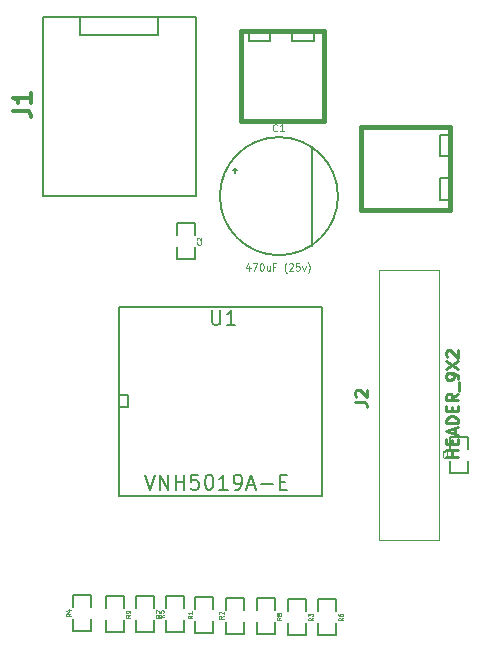
<source format=gto>
G04 (created by PCBNEW (2013-08-24 BZR 4298)-stable) date Wed 30 Oct 2013 07:33:34 PM PDT*
%MOIN*%
G04 Gerber Fmt 3.4, Leading zero omitted, Abs format*
%FSLAX34Y34*%
G01*
G70*
G90*
G04 APERTURE LIST*
%ADD10C,0.005906*%
%ADD11C,0.015000*%
%ADD12C,0.005000*%
%ADD13C,0.002000*%
%ADD14C,0.007900*%
%ADD15C,0.008000*%
%ADD16C,0.003700*%
%ADD17C,0.010000*%
%ADD18C,0.012000*%
G04 APERTURE END LIST*
G54D10*
X65094Y-34704D02*
X65419Y-34704D01*
X65094Y-33986D02*
X65094Y-34704D01*
X65409Y-33986D02*
X65094Y-33986D01*
X65399Y-32539D02*
X65084Y-32539D01*
X65084Y-32539D02*
X65084Y-33257D01*
X65084Y-33257D02*
X65409Y-33257D01*
G54D11*
X65429Y-32283D02*
X62437Y-32283D01*
X62437Y-32283D02*
X62437Y-35039D01*
X62437Y-35039D02*
X65429Y-35039D01*
X65429Y-35039D02*
X65429Y-32283D01*
G54D10*
X60881Y-29417D02*
X60881Y-29092D01*
X60163Y-29417D02*
X60881Y-29417D01*
X60163Y-29102D02*
X60163Y-29417D01*
X58716Y-29112D02*
X58716Y-29427D01*
X58716Y-29427D02*
X59435Y-29427D01*
X59435Y-29427D02*
X59435Y-29102D01*
G54D11*
X58460Y-29082D02*
X58460Y-32074D01*
X58460Y-32074D02*
X61216Y-32074D01*
X61216Y-32074D02*
X61216Y-29082D01*
X61216Y-29082D02*
X58460Y-29082D01*
G54D12*
X53944Y-48315D02*
X53944Y-47915D01*
X53944Y-47915D02*
X54544Y-47915D01*
X54544Y-47915D02*
X54544Y-48315D01*
X54544Y-48715D02*
X54544Y-49115D01*
X54544Y-49115D02*
X53944Y-49115D01*
X53944Y-49115D02*
X53944Y-48715D01*
X58975Y-48398D02*
X58975Y-47998D01*
X58975Y-47998D02*
X59575Y-47998D01*
X59575Y-47998D02*
X59575Y-48398D01*
X59575Y-48798D02*
X59575Y-49198D01*
X59575Y-49198D02*
X58975Y-49198D01*
X58975Y-49198D02*
X58975Y-48798D01*
X54951Y-48315D02*
X54951Y-47915D01*
X54951Y-47915D02*
X55551Y-47915D01*
X55551Y-47915D02*
X55551Y-48315D01*
X55551Y-48715D02*
X55551Y-49115D01*
X55551Y-49115D02*
X54951Y-49115D01*
X54951Y-49115D02*
X54951Y-48715D01*
X61026Y-48410D02*
X61026Y-48010D01*
X61026Y-48010D02*
X61626Y-48010D01*
X61626Y-48010D02*
X61626Y-48410D01*
X61626Y-48810D02*
X61626Y-49210D01*
X61626Y-49210D02*
X61026Y-49210D01*
X61026Y-49210D02*
X61026Y-48810D01*
X56555Y-48727D02*
X56555Y-49127D01*
X56555Y-49127D02*
X55955Y-49127D01*
X55955Y-49127D02*
X55955Y-48727D01*
X55955Y-48327D02*
X55955Y-47927D01*
X55955Y-47927D02*
X56555Y-47927D01*
X56555Y-47927D02*
X56555Y-48327D01*
X53465Y-48684D02*
X53465Y-49084D01*
X53465Y-49084D02*
X52865Y-49084D01*
X52865Y-49084D02*
X52865Y-48684D01*
X52865Y-48284D02*
X52865Y-47884D01*
X52865Y-47884D02*
X53465Y-47884D01*
X53465Y-47884D02*
X53465Y-48284D01*
X60026Y-48410D02*
X60026Y-48010D01*
X60026Y-48010D02*
X60626Y-48010D01*
X60626Y-48010D02*
X60626Y-48410D01*
X60626Y-48810D02*
X60626Y-49210D01*
X60626Y-49210D02*
X60026Y-49210D01*
X60026Y-49210D02*
X60026Y-48810D01*
X58555Y-48770D02*
X58555Y-49170D01*
X58555Y-49170D02*
X57955Y-49170D01*
X57955Y-49170D02*
X57955Y-48770D01*
X57955Y-48370D02*
X57955Y-47970D01*
X57955Y-47970D02*
X58555Y-47970D01*
X58555Y-47970D02*
X58555Y-48370D01*
X57512Y-48755D02*
X57512Y-49155D01*
X57512Y-49155D02*
X56912Y-49155D01*
X56912Y-49155D02*
X56912Y-48755D01*
X56912Y-48355D02*
X56912Y-47955D01*
X56912Y-47955D02*
X57512Y-47955D01*
X57512Y-47955D02*
X57512Y-48355D01*
X66020Y-43408D02*
X66020Y-43808D01*
X66020Y-43808D02*
X65420Y-43808D01*
X65420Y-43808D02*
X65420Y-43408D01*
X65420Y-43008D02*
X65420Y-42608D01*
X65420Y-42608D02*
X66020Y-42608D01*
X66020Y-42608D02*
X66020Y-43008D01*
X56314Y-35886D02*
X56314Y-35486D01*
X56314Y-35486D02*
X56914Y-35486D01*
X56914Y-35486D02*
X56914Y-35886D01*
X56914Y-36286D02*
X56914Y-36686D01*
X56914Y-36686D02*
X56314Y-36686D01*
X56314Y-36686D02*
X56314Y-36286D01*
G54D13*
X63051Y-46043D02*
X63051Y-37043D01*
X65051Y-37043D02*
X65051Y-46043D01*
X65051Y-46041D02*
X63051Y-46041D01*
X63051Y-37043D02*
X65051Y-37043D01*
G54D12*
X53102Y-28606D02*
X53102Y-29216D01*
X53102Y-29216D02*
X55700Y-29216D01*
X55700Y-29216D02*
X55700Y-28616D01*
G54D14*
X51841Y-34590D02*
X51841Y-28606D01*
X51841Y-28606D02*
X56961Y-28606D01*
X56961Y-28606D02*
X56961Y-34590D01*
X56961Y-34590D02*
X51841Y-34590D01*
G54D10*
X60809Y-32946D02*
X60809Y-36244D01*
X61685Y-34590D02*
G75*
G03X61685Y-34590I-1968J0D01*
G74*
G01*
G54D12*
X58251Y-33820D02*
X58251Y-33640D01*
X58174Y-33734D02*
X58331Y-33734D01*
G54D15*
X54385Y-44574D02*
X54385Y-38275D01*
X61157Y-38275D02*
X61157Y-44574D01*
X54385Y-38275D02*
X61157Y-38275D01*
X61157Y-44574D02*
X54385Y-44574D01*
X54401Y-41235D02*
X54701Y-41235D01*
X54701Y-41235D02*
X54701Y-41635D01*
X54701Y-41635D02*
X54401Y-41635D01*
G54D16*
X54763Y-48550D02*
X54692Y-48600D01*
X54763Y-48636D02*
X54613Y-48636D01*
X54613Y-48579D01*
X54621Y-48565D01*
X54628Y-48557D01*
X54642Y-48550D01*
X54663Y-48550D01*
X54678Y-48557D01*
X54685Y-48565D01*
X54692Y-48579D01*
X54692Y-48636D01*
X54763Y-48479D02*
X54763Y-48450D01*
X54756Y-48436D01*
X54749Y-48429D01*
X54728Y-48415D01*
X54699Y-48407D01*
X54642Y-48407D01*
X54628Y-48415D01*
X54621Y-48422D01*
X54613Y-48436D01*
X54613Y-48465D01*
X54621Y-48479D01*
X54628Y-48486D01*
X54642Y-48493D01*
X54678Y-48493D01*
X54692Y-48486D01*
X54699Y-48479D01*
X54706Y-48465D01*
X54706Y-48436D01*
X54699Y-48422D01*
X54692Y-48415D01*
X54678Y-48407D01*
X59795Y-48633D02*
X59724Y-48683D01*
X59795Y-48719D02*
X59645Y-48719D01*
X59645Y-48661D01*
X59652Y-48647D01*
X59659Y-48640D01*
X59674Y-48633D01*
X59695Y-48633D01*
X59709Y-48640D01*
X59716Y-48647D01*
X59724Y-48661D01*
X59724Y-48719D01*
X59709Y-48547D02*
X59702Y-48561D01*
X59695Y-48569D01*
X59681Y-48576D01*
X59674Y-48576D01*
X59659Y-48569D01*
X59652Y-48561D01*
X59645Y-48547D01*
X59645Y-48519D01*
X59652Y-48504D01*
X59659Y-48497D01*
X59674Y-48490D01*
X59681Y-48490D01*
X59695Y-48497D01*
X59702Y-48504D01*
X59709Y-48519D01*
X59709Y-48547D01*
X59716Y-48561D01*
X59724Y-48569D01*
X59738Y-48576D01*
X59766Y-48576D01*
X59781Y-48569D01*
X59788Y-48561D01*
X59795Y-48547D01*
X59795Y-48519D01*
X59788Y-48504D01*
X59781Y-48497D01*
X59766Y-48490D01*
X59738Y-48490D01*
X59724Y-48497D01*
X59716Y-48504D01*
X59709Y-48519D01*
X55771Y-48550D02*
X55700Y-48600D01*
X55771Y-48636D02*
X55621Y-48636D01*
X55621Y-48579D01*
X55628Y-48565D01*
X55636Y-48557D01*
X55650Y-48550D01*
X55671Y-48550D01*
X55686Y-48557D01*
X55693Y-48565D01*
X55700Y-48579D01*
X55700Y-48636D01*
X55621Y-48500D02*
X55621Y-48400D01*
X55771Y-48465D01*
X61846Y-48645D02*
X61775Y-48695D01*
X61846Y-48730D02*
X61696Y-48730D01*
X61696Y-48673D01*
X61703Y-48659D01*
X61710Y-48652D01*
X61725Y-48645D01*
X61746Y-48645D01*
X61760Y-48652D01*
X61768Y-48659D01*
X61775Y-48673D01*
X61775Y-48730D01*
X61696Y-48516D02*
X61696Y-48545D01*
X61703Y-48559D01*
X61710Y-48566D01*
X61732Y-48580D01*
X61760Y-48588D01*
X61818Y-48588D01*
X61832Y-48580D01*
X61839Y-48573D01*
X61846Y-48559D01*
X61846Y-48530D01*
X61839Y-48516D01*
X61832Y-48509D01*
X61818Y-48502D01*
X61782Y-48502D01*
X61768Y-48509D01*
X61760Y-48516D01*
X61753Y-48530D01*
X61753Y-48559D01*
X61760Y-48573D01*
X61768Y-48580D01*
X61782Y-48588D01*
X55871Y-48542D02*
X55800Y-48592D01*
X55871Y-48628D02*
X55721Y-48628D01*
X55721Y-48571D01*
X55728Y-48556D01*
X55736Y-48549D01*
X55750Y-48542D01*
X55771Y-48542D01*
X55786Y-48549D01*
X55793Y-48556D01*
X55800Y-48571D01*
X55800Y-48628D01*
X55721Y-48406D02*
X55721Y-48478D01*
X55793Y-48485D01*
X55786Y-48478D01*
X55778Y-48463D01*
X55778Y-48428D01*
X55786Y-48413D01*
X55793Y-48406D01*
X55807Y-48399D01*
X55843Y-48399D01*
X55857Y-48406D01*
X55864Y-48413D01*
X55871Y-48428D01*
X55871Y-48463D01*
X55864Y-48478D01*
X55857Y-48485D01*
X52781Y-48499D02*
X52709Y-48549D01*
X52781Y-48584D02*
X52631Y-48584D01*
X52631Y-48527D01*
X52638Y-48513D01*
X52645Y-48506D01*
X52659Y-48499D01*
X52681Y-48499D01*
X52695Y-48506D01*
X52702Y-48513D01*
X52709Y-48527D01*
X52709Y-48584D01*
X52681Y-48370D02*
X52781Y-48370D01*
X52624Y-48406D02*
X52731Y-48442D01*
X52731Y-48349D01*
X60846Y-48645D02*
X60775Y-48695D01*
X60846Y-48730D02*
X60696Y-48730D01*
X60696Y-48673D01*
X60703Y-48659D01*
X60710Y-48652D01*
X60725Y-48645D01*
X60746Y-48645D01*
X60760Y-48652D01*
X60768Y-48659D01*
X60775Y-48673D01*
X60775Y-48730D01*
X60696Y-48595D02*
X60696Y-48502D01*
X60753Y-48552D01*
X60753Y-48530D01*
X60760Y-48516D01*
X60768Y-48509D01*
X60782Y-48502D01*
X60818Y-48502D01*
X60832Y-48509D01*
X60839Y-48516D01*
X60846Y-48530D01*
X60846Y-48573D01*
X60839Y-48588D01*
X60832Y-48595D01*
X57871Y-48585D02*
X57800Y-48635D01*
X57871Y-48671D02*
X57721Y-48671D01*
X57721Y-48614D01*
X57728Y-48600D01*
X57736Y-48593D01*
X57750Y-48585D01*
X57771Y-48585D01*
X57786Y-48593D01*
X57793Y-48600D01*
X57800Y-48614D01*
X57800Y-48671D01*
X57736Y-48528D02*
X57728Y-48521D01*
X57721Y-48507D01*
X57721Y-48471D01*
X57728Y-48457D01*
X57736Y-48450D01*
X57750Y-48443D01*
X57764Y-48443D01*
X57786Y-48450D01*
X57871Y-48535D01*
X57871Y-48443D01*
X56828Y-48570D02*
X56757Y-48620D01*
X56828Y-48655D02*
X56678Y-48655D01*
X56678Y-48598D01*
X56685Y-48584D01*
X56692Y-48577D01*
X56707Y-48570D01*
X56728Y-48570D01*
X56742Y-48577D01*
X56749Y-48584D01*
X56757Y-48598D01*
X56757Y-48655D01*
X56828Y-48427D02*
X56828Y-48512D01*
X56828Y-48470D02*
X56678Y-48470D01*
X56699Y-48484D01*
X56714Y-48498D01*
X56721Y-48512D01*
X65322Y-43223D02*
X65329Y-43230D01*
X65336Y-43252D01*
X65336Y-43266D01*
X65329Y-43287D01*
X65314Y-43302D01*
X65300Y-43309D01*
X65272Y-43316D01*
X65250Y-43316D01*
X65222Y-43309D01*
X65207Y-43302D01*
X65193Y-43287D01*
X65186Y-43266D01*
X65186Y-43252D01*
X65193Y-43230D01*
X65200Y-43223D01*
X65186Y-43173D02*
X65186Y-43080D01*
X65243Y-43130D01*
X65243Y-43109D01*
X65250Y-43095D01*
X65257Y-43087D01*
X65272Y-43080D01*
X65307Y-43080D01*
X65322Y-43087D01*
X65329Y-43095D01*
X65336Y-43109D01*
X65336Y-43152D01*
X65329Y-43166D01*
X65322Y-43173D01*
X57119Y-36121D02*
X57126Y-36128D01*
X57134Y-36150D01*
X57134Y-36164D01*
X57126Y-36185D01*
X57112Y-36200D01*
X57098Y-36207D01*
X57069Y-36214D01*
X57048Y-36214D01*
X57019Y-36207D01*
X57005Y-36200D01*
X56991Y-36185D01*
X56984Y-36164D01*
X56984Y-36150D01*
X56991Y-36128D01*
X56998Y-36121D01*
X56998Y-36064D02*
X56991Y-36057D01*
X56984Y-36043D01*
X56984Y-36007D01*
X56991Y-35993D01*
X56998Y-35985D01*
X57012Y-35978D01*
X57026Y-35978D01*
X57048Y-35985D01*
X57134Y-36071D01*
X57134Y-35978D01*
G54D17*
X62254Y-41449D02*
X62539Y-41449D01*
X62596Y-41468D01*
X62635Y-41506D01*
X62654Y-41563D01*
X62654Y-41602D01*
X62292Y-41278D02*
X62273Y-41259D01*
X62254Y-41221D01*
X62254Y-41125D01*
X62273Y-41087D01*
X62292Y-41068D01*
X62330Y-41049D01*
X62368Y-41049D01*
X62425Y-41068D01*
X62654Y-41297D01*
X62654Y-41049D01*
X65690Y-43285D02*
X65290Y-43285D01*
X65480Y-43285D02*
X65480Y-43057D01*
X65690Y-43057D02*
X65290Y-43057D01*
X65480Y-42866D02*
X65480Y-42733D01*
X65690Y-42676D02*
X65690Y-42866D01*
X65290Y-42866D01*
X65290Y-42676D01*
X65575Y-42523D02*
X65575Y-42333D01*
X65690Y-42561D02*
X65290Y-42428D01*
X65690Y-42295D01*
X65690Y-42161D02*
X65290Y-42161D01*
X65290Y-42066D01*
X65309Y-42009D01*
X65347Y-41971D01*
X65385Y-41952D01*
X65461Y-41933D01*
X65518Y-41933D01*
X65594Y-41952D01*
X65632Y-41971D01*
X65671Y-42009D01*
X65690Y-42066D01*
X65690Y-42161D01*
X65480Y-41761D02*
X65480Y-41628D01*
X65690Y-41571D02*
X65690Y-41761D01*
X65290Y-41761D01*
X65290Y-41571D01*
X65690Y-41171D02*
X65499Y-41304D01*
X65690Y-41400D02*
X65290Y-41400D01*
X65290Y-41247D01*
X65309Y-41209D01*
X65328Y-41190D01*
X65366Y-41171D01*
X65423Y-41171D01*
X65461Y-41190D01*
X65480Y-41209D01*
X65499Y-41247D01*
X65499Y-41400D01*
X65728Y-41095D02*
X65728Y-40790D01*
X65690Y-40676D02*
X65690Y-40600D01*
X65671Y-40561D01*
X65652Y-40542D01*
X65594Y-40504D01*
X65518Y-40485D01*
X65366Y-40485D01*
X65328Y-40504D01*
X65309Y-40523D01*
X65290Y-40561D01*
X65290Y-40638D01*
X65309Y-40676D01*
X65328Y-40695D01*
X65366Y-40714D01*
X65461Y-40714D01*
X65499Y-40695D01*
X65518Y-40676D01*
X65537Y-40638D01*
X65537Y-40561D01*
X65518Y-40523D01*
X65499Y-40504D01*
X65461Y-40485D01*
X65290Y-40352D02*
X65690Y-40085D01*
X65290Y-40085D02*
X65690Y-40352D01*
X65328Y-39952D02*
X65309Y-39933D01*
X65290Y-39895D01*
X65290Y-39800D01*
X65309Y-39761D01*
X65328Y-39742D01*
X65366Y-39723D01*
X65404Y-39723D01*
X65461Y-39742D01*
X65690Y-39971D01*
X65690Y-39723D01*
G54D18*
X50861Y-31736D02*
X51289Y-31736D01*
X51375Y-31764D01*
X51432Y-31822D01*
X51461Y-31907D01*
X51461Y-31964D01*
X51461Y-31136D02*
X51461Y-31479D01*
X51461Y-31307D02*
X50861Y-31307D01*
X50946Y-31364D01*
X51003Y-31422D01*
X51032Y-31479D01*
G54D16*
X59657Y-32411D02*
X59646Y-32422D01*
X59612Y-32433D01*
X59589Y-32433D01*
X59556Y-32422D01*
X59533Y-32399D01*
X59522Y-32377D01*
X59511Y-32332D01*
X59511Y-32298D01*
X59522Y-32253D01*
X59533Y-32231D01*
X59556Y-32208D01*
X59589Y-32197D01*
X59612Y-32197D01*
X59646Y-32208D01*
X59657Y-32219D01*
X59882Y-32433D02*
X59747Y-32433D01*
X59814Y-32433D02*
X59814Y-32197D01*
X59792Y-32231D01*
X59769Y-32253D01*
X59747Y-32264D01*
X58736Y-36911D02*
X58736Y-37069D01*
X58680Y-36821D02*
X58624Y-36990D01*
X58770Y-36990D01*
X58837Y-36833D02*
X58995Y-36833D01*
X58893Y-37069D01*
X59130Y-36833D02*
X59152Y-36833D01*
X59175Y-36844D01*
X59186Y-36855D01*
X59197Y-36878D01*
X59208Y-36923D01*
X59208Y-36979D01*
X59197Y-37024D01*
X59186Y-37046D01*
X59175Y-37058D01*
X59152Y-37069D01*
X59130Y-37069D01*
X59107Y-37058D01*
X59096Y-37046D01*
X59085Y-37024D01*
X59073Y-36979D01*
X59073Y-36923D01*
X59085Y-36878D01*
X59096Y-36855D01*
X59107Y-36844D01*
X59130Y-36833D01*
X59411Y-36911D02*
X59411Y-37069D01*
X59310Y-36911D02*
X59310Y-37035D01*
X59321Y-37058D01*
X59343Y-37069D01*
X59377Y-37069D01*
X59400Y-37058D01*
X59411Y-37046D01*
X59602Y-36945D02*
X59523Y-36945D01*
X59523Y-37069D02*
X59523Y-36833D01*
X59636Y-36833D01*
X59973Y-37159D02*
X59962Y-37148D01*
X59940Y-37114D01*
X59928Y-37091D01*
X59917Y-37058D01*
X59906Y-37001D01*
X59906Y-36956D01*
X59917Y-36900D01*
X59928Y-36866D01*
X59940Y-36844D01*
X59962Y-36810D01*
X59973Y-36799D01*
X60052Y-36855D02*
X60063Y-36844D01*
X60086Y-36833D01*
X60142Y-36833D01*
X60165Y-36844D01*
X60176Y-36855D01*
X60187Y-36878D01*
X60187Y-36900D01*
X60176Y-36934D01*
X60041Y-37069D01*
X60187Y-37069D01*
X60401Y-36833D02*
X60288Y-36833D01*
X60277Y-36945D01*
X60288Y-36934D01*
X60311Y-36923D01*
X60367Y-36923D01*
X60390Y-36934D01*
X60401Y-36945D01*
X60412Y-36968D01*
X60412Y-37024D01*
X60401Y-37046D01*
X60390Y-37058D01*
X60367Y-37069D01*
X60311Y-37069D01*
X60288Y-37058D01*
X60277Y-37046D01*
X60491Y-36911D02*
X60547Y-37069D01*
X60603Y-36911D01*
X60671Y-37159D02*
X60682Y-37148D01*
X60705Y-37114D01*
X60716Y-37091D01*
X60727Y-37058D01*
X60738Y-37001D01*
X60738Y-36956D01*
X60727Y-36900D01*
X60716Y-36866D01*
X60705Y-36844D01*
X60682Y-36810D01*
X60671Y-36799D01*
G54D12*
X57479Y-38385D02*
X57479Y-38790D01*
X57503Y-38838D01*
X57526Y-38861D01*
X57574Y-38885D01*
X57669Y-38885D01*
X57717Y-38861D01*
X57741Y-38838D01*
X57764Y-38790D01*
X57764Y-38385D01*
X58264Y-38885D02*
X57979Y-38885D01*
X58122Y-38885D02*
X58122Y-38385D01*
X58074Y-38457D01*
X58026Y-38504D01*
X57979Y-38528D01*
X55250Y-43877D02*
X55417Y-44377D01*
X55584Y-43877D01*
X55750Y-44377D02*
X55750Y-43877D01*
X56036Y-44377D01*
X56036Y-43877D01*
X56274Y-44377D02*
X56274Y-43877D01*
X56274Y-44115D02*
X56560Y-44115D01*
X56560Y-44377D02*
X56560Y-43877D01*
X57036Y-43877D02*
X56798Y-43877D01*
X56774Y-44115D01*
X56798Y-44092D01*
X56846Y-44068D01*
X56965Y-44068D01*
X57012Y-44092D01*
X57036Y-44115D01*
X57060Y-44163D01*
X57060Y-44282D01*
X57036Y-44330D01*
X57012Y-44353D01*
X56965Y-44377D01*
X56846Y-44377D01*
X56798Y-44353D01*
X56774Y-44330D01*
X57369Y-43877D02*
X57417Y-43877D01*
X57465Y-43901D01*
X57488Y-43925D01*
X57512Y-43973D01*
X57536Y-44068D01*
X57536Y-44187D01*
X57512Y-44282D01*
X57488Y-44330D01*
X57465Y-44353D01*
X57417Y-44377D01*
X57369Y-44377D01*
X57322Y-44353D01*
X57298Y-44330D01*
X57274Y-44282D01*
X57250Y-44187D01*
X57250Y-44068D01*
X57274Y-43973D01*
X57298Y-43925D01*
X57322Y-43901D01*
X57369Y-43877D01*
X58012Y-44377D02*
X57727Y-44377D01*
X57869Y-44377D02*
X57869Y-43877D01*
X57822Y-43949D01*
X57774Y-43996D01*
X57727Y-44020D01*
X58250Y-44377D02*
X58346Y-44377D01*
X58393Y-44353D01*
X58417Y-44330D01*
X58465Y-44258D01*
X58488Y-44163D01*
X58488Y-43973D01*
X58465Y-43925D01*
X58441Y-43901D01*
X58393Y-43877D01*
X58298Y-43877D01*
X58250Y-43901D01*
X58227Y-43925D01*
X58203Y-43973D01*
X58203Y-44092D01*
X58227Y-44139D01*
X58250Y-44163D01*
X58298Y-44187D01*
X58393Y-44187D01*
X58441Y-44163D01*
X58465Y-44139D01*
X58488Y-44092D01*
X58679Y-44234D02*
X58917Y-44234D01*
X58631Y-44377D02*
X58798Y-43877D01*
X58965Y-44377D01*
X59131Y-44187D02*
X59512Y-44187D01*
X59750Y-44115D02*
X59917Y-44115D01*
X59988Y-44377D02*
X59750Y-44377D01*
X59750Y-43877D01*
X59988Y-43877D01*
M02*

</source>
